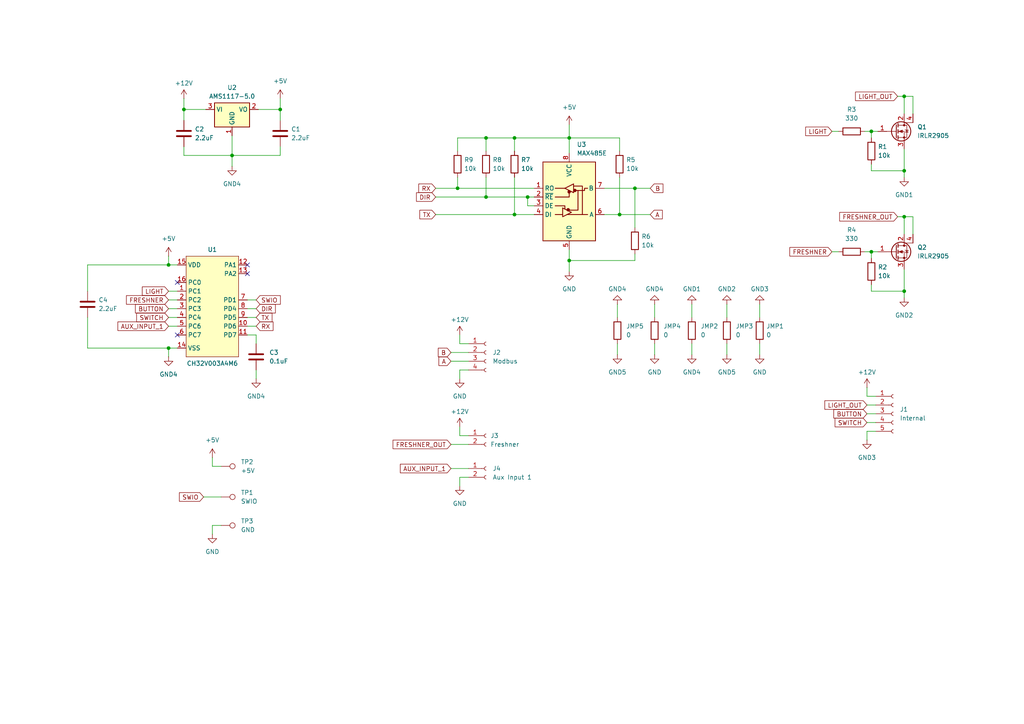
<source format=kicad_sch>
(kicad_sch (version 20231120) (generator "eeschema") (generator_version "8.0")
  (paper "A4")
  (lib_symbols
    (symbol "Connector:Conn_01x02_Socket" (pin_names (offset 1.016) hide)
      (property "Reference" "J" (at 0 2.54 0))
      (property "Value" "Conn_01x02_Socket" (at 0 -5.08 0))
      (symbol "Conn_01x02_Socket_1_1"
        (arc (start 0 -2.032) (mid -0.5058 -2.54) (end 0 -3.048) (stroke (width 0.1524)))
        (polyline (pts (xy -1.27 -2.54) (xy -0.508 -2.54)) (stroke (width 0.1524)))
        (polyline (pts (xy -1.27 0) (xy -0.508 0)) (stroke (width 0.1524)))
        (arc (start 0 0.508) (mid -0.5058 0) (end 0 -0.508) (stroke (width 0.1524)))
        (pin passive line (at -5.08 0 0) (length 3.81) (name "Pin_1") (number "1"))
        (pin passive line (at -5.08 -2.54 0) (length 3.81) (name "Pin_2") (number "2"))
      )
    )
    (symbol "Connector:Conn_01x04_Socket" (pin_names (offset 1.016) hide)
      (property "Reference" "J" (at 0 5.08 0))
      (property "Value" "Conn_01x04_Socket" (at 0 -7.62 0))
      (symbol "Conn_01x04_Socket_1_1"
        (arc (start 0 -4.572) (mid -0.5058 -5.08) (end 0 -5.588) (stroke (width 0.1524)))
        (arc (start 0 -2.032) (mid -0.5058 -2.54) (end 0 -3.048) (stroke (width 0.1524)))
        (polyline (pts (xy -1.27 -5.08) (xy -0.508 -5.08)) (stroke (width 0.1524)))
        (polyline (pts (xy -1.27 -2.54) (xy -0.508 -2.54)) (stroke (width 0.1524)))
        (polyline (pts (xy -1.27 0) (xy -0.508 0)) (stroke (width 0.1524)))
        (polyline (pts (xy -1.27 2.54) (xy -0.508 2.54)) (stroke (width 0.1524)))
        (arc (start 0 0.508) (mid -0.5058 0) (end 0 -0.508) (stroke (width 0.1524)))
        (arc (start 0 3.048) (mid -0.5058 2.54) (end 0 2.032) (stroke (width 0.1524)))
        (pin passive line (at -5.08 2.54 0) (length 3.81) (name "Pin_1") (number "1"))
        (pin passive line (at -5.08 0 0) (length 3.81) (name "Pin_2") (number "2"))
        (pin passive line (at -5.08 -2.54 0) (length 3.81) (name "Pin_3") (number "3"))
        (pin passive line (at -5.08 -5.08 0) (length 3.81) (name "Pin_4") (number "4"))
      )
    )
    (symbol "Connector:Conn_01x05_Socket" (pin_names (offset 1.016) hide)
      (property "Reference" "J" (at 0 7.62 0))
      (property "Value" "Conn_01x05_Socket" (at 0 -7.62 0))
      (symbol "Conn_01x05_Socket_1_1"
        (arc (start 0 -4.572) (mid -0.5058 -5.08) (end 0 -5.588) (stroke (width 0.1524)))
        (arc (start 0 -2.032) (mid -0.5058 -2.54) (end 0 -3.048) (stroke (width 0.1524)))
        (polyline (pts (xy -1.27 -5.08) (xy -0.508 -5.08)) (stroke (width 0.1524)))
        (polyline (pts (xy -1.27 -2.54) (xy -0.508 -2.54)) (stroke (width 0.1524)))
        (polyline (pts (xy -1.27 0) (xy -0.508 0)) (stroke (width 0.1524)))
        (polyline (pts (xy -1.27 2.54) (xy -0.508 2.54)) (stroke (width 0.1524)))
        (polyline (pts (xy -1.27 5.08) (xy -0.508 5.08)) (stroke (width 0.1524)))
        (arc (start 0 0.508) (mid -0.5058 0) (end 0 -0.508) (stroke (width 0.1524)))
        (arc (start 0 3.048) (mid -0.5058 2.54) (end 0 2.032) (stroke (width 0.1524)))
        (arc (start 0 5.588) (mid -0.5058 5.08) (end 0 4.572) (stroke (width 0.1524)))
        (pin passive line (at -5.08 5.08 0) (length 3.81) (name "Pin_1") (number "1"))
        (pin passive line (at -5.08 2.54 0) (length 3.81) (name "Pin_2") (number "2"))
        (pin passive line (at -5.08 0 0) (length 3.81) (name "Pin_3") (number "3"))
        (pin passive line (at -5.08 -2.54 0) (length 3.81) (name "Pin_4") (number "4"))
        (pin passive line (at -5.08 -5.08 0) (length 3.81) (name "Pin_5") (number "5"))
      )
    )
    (symbol "Connector:TestPoint" (pin_numbers hide) (pin_names (offset 0.762) hide)
      (property "Reference" "TP" (at 0 6.858 0))
      (property "Value" "TestPoint" (at 0 5.08 0))
      (symbol "TestPoint_0_1"
        (circle (center 0 3.302) (radius 0.762))
      )
      (symbol "TestPoint_1_1"
        (pin passive line (at 0 0 90) (length 2.54) (name "1") (number "1"))
      )
    )
    (symbol "Custom_Symbols:CH32V003A4M6"
      (property "Reference" "U" (at 0 16.51 0))
      (property "Value" "CH32V003A4M6" (at 0 -17.018 0))
      (symbol "CH32V003A4M6_0_0"
        (pin unspecified line (at -10.16 5.08 0) (length 2.54) (name "PC1") (number "1"))
        (pin unspecified line (at 10.16 -5.08 180) (length 2.54) (name "PD6") (number "10"))
        (pin unspecified line (at 10.16 -7.62 180) (length 2.54) (name "PD7") (number "11"))
        (pin unspecified line (at 10.16 12.7 180) (length 2.54) (name "PA1") (number "12"))
        (pin unspecified line (at 10.16 10.16 180) (length 2.54) (name "PA2") (number "13"))
        (pin unspecified line (at -10.16 -11.43 0) (length 2.54) (name "VSS") (number "14"))
        (pin unspecified line (at -10.16 12.7 0) (length 2.54) (name "VDD") (number "15"))
        (pin unspecified line (at -10.16 7.62 0) (length 2.54) (name "PC0") (number "16"))
        (pin unspecified line (at -10.16 2.54 0) (length 2.54) (name "PC2") (number "2"))
        (pin unspecified line (at -10.16 0 0) (length 2.54) (name "PC3") (number "3"))
        (pin unspecified line (at -10.16 -2.54 0) (length 2.54) (name "PC4") (number "4"))
        (pin unspecified line (at -10.16 -5.08 0) (length 2.54) (name "PC6") (number "5"))
        (pin unspecified line (at -10.16 -7.62 0) (length 2.54) (name "PC7") (number "6"))
        (pin unspecified line (at 10.16 2.54 180) (length 2.54) (name "PD1") (number "7"))
        (pin unspecified line (at 10.16 0 180) (length 2.54) (name "PD4") (number "8"))
        (pin unspecified line (at 10.16 -2.54 180) (length 2.54) (name "PD5") (number "9"))
      )
      (symbol "CH32V003A4M6_1_1"
        (rectangle (start -7.62 15.24) (end 7.62 -13.97) (fill (type background)))
      )
    )
    (symbol "Device:C" (pin_numbers hide) (pin_names (offset 0.254))
      (property "Reference" "C" (at 0.635 2.54 0))
      (property "Value" "C" (at 0.635 -2.54 0))
      (symbol "C_0_1"
        (polyline (pts (xy -2.032 -0.762) (xy 2.032 -0.762)) (stroke (width 0.508)))
        (polyline (pts (xy -2.032 0.762) (xy 2.032 0.762)) (stroke (width 0.508)))
      )
      (symbol "C_1_1"
        (pin passive line (at 0 3.81 270) (length 2.794) (name "~") (number "1"))
        (pin passive line (at 0 -3.81 90) (length 2.794) (name "~") (number "2"))
      )
    )
    (symbol "Device:Q_NMOS_GDSD" (pin_names (offset 0) hide)
      (property "Reference" "Q" (at 5.08 1.27 0))
      (property "Value" "Q_NMOS_GDSD" (at 5.08 -1.27 0))
      (symbol "Q_NMOS_GDSD_0_1"
        (polyline (pts (xy 0.254 0) (xy -2.54 0)))
        (polyline (pts (xy 0.254 1.905) (xy 0.254 -1.905)) (stroke (width 0.254)))
        (polyline (pts (xy 0.762 -1.27) (xy 0.762 -2.286)) (stroke (width 0.254)))
        (polyline (pts (xy 0.762 0.508) (xy 0.762 -0.508)) (stroke (width 0.254)))
        (polyline (pts (xy 0.762 2.286) (xy 0.762 1.27)) (stroke (width 0.254)))
        (polyline (pts (xy 2.54 -2.54) (xy 2.54 0) (xy 0.762 0)))
        (polyline (pts (xy 5.08 2.54) (xy 2.54 2.54) (xy 2.54 1.778)))
        (polyline (pts (xy 0.762 -1.778) (xy 3.302 -1.778) (xy 3.302 1.778) (xy 0.762 1.778)))
        (polyline (pts (xy 1.016 0) (xy 2.032 0.381) (xy 2.032 -0.381) (xy 1.016 0)) (fill (type outline)))
        (polyline (pts (xy 2.794 0.508) (xy 2.921 0.381) (xy 3.683 0.381) (xy 3.81 0.254)))
        (polyline (pts (xy 3.302 0.381) (xy 2.921 -0.254) (xy 3.683 -0.254) (xy 3.302 0.381)))
        (circle (center 1.651 0) (radius 2.794) (stroke (width 0.254)))
        (circle (center 2.54 -1.778) (radius 0.254) (fill (type outline)))
        (circle (center 2.54 1.778) (radius 0.254) (fill (type outline)))
      )
      (symbol "Q_NMOS_GDSD_1_1"
        (pin input line (at -5.08 0 0) (length 2.54) (name "G") (number "1"))
        (pin passive line (at 2.54 5.08 270) (length 2.54) (name "D") (number "2"))
        (pin passive line (at 2.54 -5.08 90) (length 2.54) (name "S") (number "3"))
        (pin passive line (at 5.08 5.08 270) (length 2.54) (name "D") (number "4"))
      )
    )
    (symbol "Device:R" (pin_numbers hide) (pin_names (offset 0))
      (property "Reference" "R" (at 2.032 0 90))
      (property "Value" "R" (at 0 0 90))
      (symbol "R_0_1"
        (rectangle (start -1.016 -2.54) (end 1.016 2.54) (stroke (width 0.254)))
      )
      (symbol "R_1_1"
        (pin passive line (at 0 3.81 270) (length 1.27) (name "~") (number "1"))
        (pin passive line (at 0 -3.81 90) (length 1.27) (name "~") (number "2"))
      )
    )
    (symbol "Interface_UART:MAX485E"
      (property "Reference" "U" (at -6.096 11.43 0))
      (property "Value" "MAX485E" (at 0.762 11.43 0))
      (symbol "MAX485E_0_1"
        (rectangle (start -7.62 10.16) (end 7.62 -12.7) (stroke (width 0.254)) (fill (type background)))
        (circle (center -0.3048 -3.683) (radius 0.3556) (stroke (width 0.254)) (fill (type outline)))
        (circle (center -0.0254 1.4986) (radius 0.3556) (stroke (width 0.254)) (fill (type outline)))
        (polyline (pts (xy -4.064 -5.08) (xy -1.905 -5.08)) (stroke (width 0.254)))
        (polyline (pts (xy -4.064 2.54) (xy -1.27 2.54)) (stroke (width 0.254)))
        (polyline (pts (xy -1.27 -3.2004) (xy -1.27 -3.4544)) (stroke (width 0.254)))
        (polyline (pts (xy -0.635 -5.08) (xy 5.334 -5.08)) (stroke (width 0.254)))
        (polyline (pts (xy -4.064 -2.54) (xy -1.27 -2.54) (xy -1.27 -3.175)) (stroke (width 0.254)))
        (polyline (pts (xy 0 1.27) (xy 0 0) (xy -4.064 0)) (stroke (width 0.254)))
        (polyline (pts (xy 1.27 3.175) (xy 3.81 3.175) (xy 3.81 -5.08)) (stroke (width 0.254)))
        (polyline (pts (xy 2.54 1.905) (xy 2.54 -3.81) (xy 0 -3.81)) (stroke (width 0.254)))
        (polyline (pts (xy -1.905 -3.175) (xy -1.905 -5.715) (xy 0.635 -4.445) (xy -1.905 -3.175)) (stroke (width 0.254)))
        (polyline (pts (xy -1.27 2.54) (xy 1.27 3.81) (xy 1.27 1.27) (xy -1.27 2.54)) (stroke (width 0.254)))
        (polyline (pts (xy 1.905 1.905) (xy 4.445 1.905) (xy 4.445 2.54) (xy 5.334 2.54)) (stroke (width 0.254)))
        (rectangle (start 1.27 3.175) (end 1.27 3.175))
        (circle (center 1.651 1.905) (radius 0.3556) (stroke (width 0.254)) (fill (type outline)))
      )
      (symbol "MAX485E_1_1"
        (pin output line (at -10.16 2.54 0) (length 2.54) (name "RO") (number "1"))
        (pin input line (at -10.16 0 0) (length 2.54) (name "~{RE}") (number "2"))
        (pin input line (at -10.16 -2.54 0) (length 2.54) (name "DE") (number "3"))
        (pin input line (at -10.16 -5.08 0) (length 2.54) (name "DI") (number "4"))
        (pin power_in line (at 0 -15.24 90) (length 2.54) (name "GND") (number "5"))
        (pin bidirectional line (at 10.16 -5.08 180) (length 2.54) (name "A") (number "6"))
        (pin bidirectional line (at 10.16 2.54 180) (length 2.54) (name "B") (number "7"))
        (pin power_in line (at 0 12.7 270) (length 2.54) (name "VCC") (number "8"))
      )
    )
    (symbol "Regulator_Linear:AMS1117-5.0"
      (property "Reference" "U" (at -3.81 3.175 0))
      (property "Value" "AMS1117-5.0" (at 0 3.175 0))
      (symbol "AMS1117-5.0_0_1"
        (rectangle (start -5.08 -5.08) (end 5.08 1.905) (stroke (width 0.254)) (fill (type background)))
      )
      (symbol "AMS1117-5.0_1_1"
        (pin power_in line (at 0 -7.62 90) (length 2.54) (name "GND") (number "1"))
        (pin power_out line (at 7.62 0 180) (length 2.54) (name "VO") (number "2"))
        (pin power_in line (at -7.62 0 0) (length 2.54) (name "VI") (number "3"))
      )
    )
    (symbol "power:+12V" (power) (pin_numbers hide) (pin_names (offset 0) hide)
      (property "Value" "+12V" (at 0 3.556 0))
      (symbol "+12V_0_1"
        (polyline (pts (xy -0.762 1.27) (xy 0 2.54)))
        (polyline (pts (xy 0 0) (xy 0 2.54)))
        (polyline (pts (xy 0 2.54) (xy 0.762 1.27)))
      )
      (symbol "+12V_1_1"
        (pin power_in line (at 0 0 90) (length 0) (name "~") (number "1"))
      )
    )
    (symbol "power:+5V" (power) (pin_numbers hide) (pin_names (offset 0) hide)
      (property "Value" "+5V" (at 0 3.556 0))
      (symbol "+5V_0_1"
        (polyline (pts (xy -0.762 1.27) (xy 0 2.54)))
        (polyline (pts (xy 0 0) (xy 0 2.54)))
        (polyline (pts (xy 0 2.54) (xy 0.762 1.27)))
      )
      (symbol "+5V_1_1"
        (pin power_in line (at 0 0 90) (length 0) (name "~") (number "1"))
      )
    )
    (symbol "power:GND" (power) (pin_numbers hide) (pin_names (offset 0) hide)
      (property "Value" "GND" (at 0 -3.81 0))
      (symbol "GND_0_1"
        (polyline (pts (xy 0 0) (xy 0 -1.27) (xy 1.27 -1.27) (xy 0 -2.54) (xy -1.27 -1.27) (xy 0 -1.27)))
      )
      (symbol "GND_1_1"
        (pin power_in line (at 0 0 270) (length 0) (name "~") (number "1"))
      )
    )
  )
  (junction (at 262.255 49.53))
  (junction (at 252.73 38.1))
  (junction (at 140.97 57.15))
  (junction (at 149.225 40.005))
  (junction (at 48.895 76.835))
  (junction (at 165.1 40.005))
  (junction (at 132.715 54.61))
  (junction (at 67.31 45.085))
  (junction (at 149.225 62.23))
  (junction (at 179.705 62.23))
  (junction (at 184.15 54.61))
  (junction (at 81.28 31.75))
  (junction (at 153.035 57.15))
  (junction (at 252.73 73.025))
  (junction (at 48.895 100.965))
  (junction (at 262.255 84.455))
  (junction (at 165.1 75.565))
  (junction (at 262.255 62.865))
  (junction (at 140.97 40.005))
  (junction (at 262.255 27.94))
  (junction (at 53.34 31.75))
  (no_connect (at 51.435 81.915))
  (no_connect (at 71.755 76.835))
  (no_connect (at 51.435 97.155))
  (no_connect (at 71.755 79.375))
  (wire (pts (xy 264.795 62.865) (xy 264.795 67.945)))
  (wire (pts (xy 260.35 27.94) (xy 262.255 27.94)))
  (wire (pts (xy 189.865 99.695) (xy 189.865 102.87)))
  (wire (pts (xy 251.46 122.555) (xy 254 122.555)))
  (wire (pts (xy 189.865 88.265) (xy 189.865 92.075)))
  (wire (pts (xy 133.35 99.695) (xy 135.89 99.695)))
  (wire (pts (xy 53.34 45.085) (xy 67.31 45.085)))
  (wire (pts (xy 252.73 84.455) (xy 262.255 84.455)))
  (wire (pts (xy 140.97 51.435) (xy 140.97 57.15)))
  (wire (pts (xy 262.255 49.53) (xy 262.255 51.435)))
  (wire (pts (xy 251.46 120.015) (xy 254 120.015)))
  (wire (pts (xy 200.66 88.265) (xy 200.66 92.075)))
  (wire (pts (xy 130.81 135.89) (xy 135.89 135.89)))
  (wire (pts (xy 184.15 54.61) (xy 188.595 54.61)))
  (wire (pts (xy 179.07 88.265) (xy 179.07 92.075)))
  (wire (pts (xy 81.28 28.575) (xy 81.28 31.75)))
  (wire (pts (xy 252.73 47.625) (xy 252.73 49.53)))
  (wire (pts (xy 165.1 72.39) (xy 165.1 75.565)))
  (wire (pts (xy 71.755 89.535) (xy 74.295 89.535)))
  (wire (pts (xy 262.255 27.94) (xy 262.255 33.02)))
  (wire (pts (xy 132.715 54.61) (xy 126.365 54.61)))
  (wire (pts (xy 53.34 34.925) (xy 53.34 31.75)))
  (wire (pts (xy 179.705 62.23) (xy 188.595 62.23)))
  (wire (pts (xy 140.97 40.005) (xy 140.97 43.815)))
  (wire (pts (xy 264.795 27.94) (xy 264.795 33.02)))
  (wire (pts (xy 140.97 57.15) (xy 153.035 57.15)))
  (wire (pts (xy 262.255 84.455) (xy 262.255 86.36)))
  (wire (pts (xy 179.705 43.815) (xy 179.705 40.005)))
  (wire (pts (xy 251.46 117.475) (xy 254 117.475)))
  (wire (pts (xy 260.35 62.865) (xy 262.255 62.865)))
  (wire (pts (xy 59.055 144.145) (xy 64.135 144.145)))
  (wire (pts (xy 165.1 40.005) (xy 165.1 44.45)))
  (wire (pts (xy 179.07 99.695) (xy 179.07 102.87)))
  (wire (pts (xy 53.34 31.75) (xy 59.69 31.75)))
  (wire (pts (xy 220.345 99.695) (xy 220.345 102.87)))
  (wire (pts (xy 175.26 54.61) (xy 184.15 54.61)))
  (wire (pts (xy 67.31 45.085) (xy 81.28 45.085)))
  (wire (pts (xy 61.595 132.715) (xy 61.595 135.255)))
  (wire (pts (xy 135.89 107.315) (xy 133.35 107.315)))
  (wire (pts (xy 61.595 152.4) (xy 64.135 152.4)))
  (wire (pts (xy 262.255 27.94) (xy 264.795 27.94)))
  (wire (pts (xy 250.825 38.1) (xy 252.73 38.1)))
  (wire (pts (xy 252.73 73.025) (xy 254.635 73.025)))
  (wire (pts (xy 132.715 43.815) (xy 132.715 40.005)))
  (wire (pts (xy 252.73 82.55) (xy 252.73 84.455)))
  (wire (pts (xy 133.35 107.315) (xy 133.35 109.855)))
  (wire (pts (xy 200.66 99.695) (xy 200.66 102.87)))
  (wire (pts (xy 132.715 51.435) (xy 132.715 54.61)))
  (wire (pts (xy 133.35 126.365) (xy 135.89 126.365)))
  (wire (pts (xy 130.81 102.235) (xy 135.89 102.235)))
  (wire (pts (xy 25.4 100.965) (xy 48.895 100.965)))
  (wire (pts (xy 175.26 62.23) (xy 179.705 62.23)))
  (wire (pts (xy 25.4 84.455) (xy 25.4 76.835)))
  (wire (pts (xy 251.46 112.395) (xy 251.46 114.935)))
  (wire (pts (xy 251.46 125.095) (xy 251.46 127.635)))
  (wire (pts (xy 179.705 51.435) (xy 179.705 62.23)))
  (wire (pts (xy 81.28 31.75) (xy 74.93 31.75)))
  (wire (pts (xy 210.82 99.695) (xy 210.82 102.87)))
  (wire (pts (xy 262.255 62.865) (xy 264.795 62.865)))
  (wire (pts (xy 74.295 99.695) (xy 74.295 97.155)))
  (wire (pts (xy 81.28 34.925) (xy 81.28 31.75)))
  (wire (pts (xy 251.46 114.935) (xy 254 114.935)))
  (wire (pts (xy 241.3 73.025) (xy 243.205 73.025)))
  (wire (pts (xy 71.755 92.075) (xy 74.295 92.075)))
  (wire (pts (xy 153.035 57.15) (xy 154.94 57.15)))
  (wire (pts (xy 184.15 54.61) (xy 184.15 66.04)))
  (wire (pts (xy 210.82 88.265) (xy 210.82 92.075)))
  (wire (pts (xy 149.225 40.005) (xy 165.1 40.005)))
  (wire (pts (xy 48.895 74.295) (xy 48.895 76.835)))
  (wire (pts (xy 184.15 73.66) (xy 184.15 75.565)))
  (wire (pts (xy 25.4 76.835) (xy 48.895 76.835)))
  (wire (pts (xy 61.595 135.255) (xy 64.135 135.255)))
  (wire (pts (xy 262.255 43.18) (xy 262.255 49.53)))
  (wire (pts (xy 53.34 28.575) (xy 53.34 31.75)))
  (wire (pts (xy 153.035 59.69) (xy 153.035 57.15)))
  (wire (pts (xy 71.755 94.615) (xy 74.295 94.615)))
  (wire (pts (xy 133.35 123.825) (xy 133.35 126.365)))
  (wire (pts (xy 53.34 42.545) (xy 53.34 45.085)))
  (wire (pts (xy 25.4 92.075) (xy 25.4 100.965)))
  (wire (pts (xy 74.295 107.315) (xy 74.295 109.855)))
  (wire (pts (xy 140.97 40.005) (xy 149.225 40.005)))
  (wire (pts (xy 48.895 76.835) (xy 51.435 76.835)))
  (wire (pts (xy 48.895 100.965) (xy 51.435 100.965)))
  (wire (pts (xy 133.35 138.43) (xy 135.89 138.43)))
  (wire (pts (xy 241.3 38.1) (xy 243.205 38.1)))
  (wire (pts (xy 48.895 86.995) (xy 51.435 86.995)))
  (wire (pts (xy 133.35 97.155) (xy 133.35 99.695)))
  (wire (pts (xy 48.895 84.455) (xy 51.435 84.455)))
  (wire (pts (xy 165.1 75.565) (xy 165.1 78.74)))
  (wire (pts (xy 154.94 54.61) (xy 132.715 54.61)))
  (wire (pts (xy 149.225 62.23) (xy 154.94 62.23)))
  (wire (pts (xy 61.595 154.94) (xy 61.595 152.4)))
  (wire (pts (xy 220.345 88.265) (xy 220.345 92.075)))
  (wire (pts (xy 71.755 86.995) (xy 74.295 86.995)))
  (wire (pts (xy 81.28 45.085) (xy 81.28 42.545)))
  (wire (pts (xy 126.365 57.15) (xy 140.97 57.15)))
  (wire (pts (xy 74.295 97.155) (xy 71.755 97.155)))
  (wire (pts (xy 133.35 140.97) (xy 133.35 138.43)))
  (wire (pts (xy 149.225 51.435) (xy 149.225 62.23)))
  (wire (pts (xy 130.81 128.905) (xy 135.89 128.905)))
  (wire (pts (xy 149.225 40.005) (xy 149.225 43.815)))
  (wire (pts (xy 179.705 40.005) (xy 165.1 40.005)))
  (wire (pts (xy 252.73 49.53) (xy 262.255 49.53)))
  (wire (pts (xy 252.73 38.1) (xy 254.635 38.1)))
  (wire (pts (xy 165.1 36.195) (xy 165.1 40.005)))
  (wire (pts (xy 130.81 104.775) (xy 135.89 104.775)))
  (wire (pts (xy 48.895 94.615) (xy 51.435 94.615)))
  (wire (pts (xy 48.895 92.075) (xy 51.435 92.075)))
  (wire (pts (xy 132.715 40.005) (xy 140.97 40.005)))
  (wire (pts (xy 184.15 75.565) (xy 165.1 75.565)))
  (wire (pts (xy 48.895 89.535) (xy 51.435 89.535)))
  (wire (pts (xy 126.365 62.23) (xy 149.225 62.23)))
  (wire (pts (xy 154.94 59.69) (xy 153.035 59.69)))
  (wire (pts (xy 262.255 62.865) (xy 262.255 67.945)))
  (wire (pts (xy 262.255 78.105) (xy 262.255 84.455)))
  (wire (pts (xy 67.31 45.085) (xy 67.31 48.26)))
  (wire (pts (xy 252.73 40.005) (xy 252.73 38.1)))
  (wire (pts (xy 252.73 74.93) (xy 252.73 73.025)))
  (wire (pts (xy 48.895 103.505) (xy 48.895 100.965)))
  (wire (pts (xy 254 125.095) (xy 251.46 125.095)))
  (wire (pts (xy 250.825 73.025) (xy 252.73 73.025)))
  (wire (pts (xy 67.31 45.085) (xy 67.31 39.37)))
  (global_label "LIGHT_OUT" (shape input) (at 260.35 27.94 180) (property "Intersheetrefs" "${INTERSHEET_REFS}" (effects (hide yes))))
  (global_label "BUTTON" (shape input) (at 251.46 120.015 180) (property "Intersheetrefs" "${INTERSHEET_REFS}" (effects (hide yes))))
  (global_label "RX" (shape input) (at 74.295 94.615 0) (property "Intersheetrefs" "${INTERSHEET_REFS}" (effects (hide yes))))
  (global_label "LIGHT" (shape input) (at 241.3 38.1 180) (property "Intersheetrefs" "${INTERSHEET_REFS}" (effects (hide yes))))
  (global_label "TX" (shape input) (at 74.295 92.075 0) (property "Intersheetrefs" "${INTERSHEET_REFS}" (effects (hide yes))))
  (global_label "FRESHNER" (shape input) (at 48.895 86.995 180) (property "Intersheetrefs" "${INTERSHEET_REFS}" (effects (hide yes))))
  (global_label "FRESHNER" (shape input) (at 241.3 73.025 180) (property "Intersheetrefs" "${INTERSHEET_REFS}" (effects (hide yes))))
  (global_label "SWITCH" (shape input) (at 251.46 122.555 180) (property "Intersheetrefs" "${INTERSHEET_REFS}" (effects (hide yes))))
  (global_label "AUX_INPUT_1" (shape input) (at 48.895 94.615 180) (property "Intersheetrefs" "${INTERSHEET_REFS}" (effects (hide yes))))
  (global_label "B" (shape input) (at 188.595 54.61 0) (property "Intersheetrefs" "${INTERSHEET_REFS}" (effects (hide yes))))
  (global_label "TX" (shape input) (at 126.365 62.23 180) (property "Intersheetrefs" "${INTERSHEET_REFS}" (effects (hide yes))))
  (global_label "LIGHT_OUT" (shape input) (at 251.46 117.475 180) (property "Intersheetrefs" "${INTERSHEET_REFS}" (effects (hide yes))))
  (global_label "A" (shape input) (at 130.81 104.775 180) (property "Intersheetrefs" "${INTERSHEET_REFS}" (effects (hide yes))))
  (global_label "DIR" (shape input) (at 74.295 89.535 0) (property "Intersheetrefs" "${INTERSHEET_REFS}" (effects (hide yes))))
  (global_label "FRESHNER_OUT" (shape input) (at 130.81 128.905 180) (property "Intersheetrefs" "${INTERSHEET_REFS}" (effects (hide yes))))
  (global_label "AUX_INPUT_1" (shape input) (at 130.81 135.89 180) (property "Intersheetrefs" "${INTERSHEET_REFS}" (effects (hide yes))))
  (global_label "FRESHNER_OUT" (shape input) (at 260.35 62.865 180) (property "Intersheetrefs" "${INTERSHEET_REFS}" (effects (hide yes))))
  (global_label "SWIO" (shape input) (at 59.055 144.145 180) (property "Intersheetrefs" "${INTERSHEET_REFS}" (effects (hide yes))))
  (global_label "SWITCH" (shape input) (at 48.895 92.075 180) (property "Intersheetrefs" "${INTERSHEET_REFS}" (effects (hide yes))))
  (global_label "BUTTON" (shape input) (at 48.895 89.535 180) (property "Intersheetrefs" "${INTERSHEET_REFS}" (effects (hide yes))))
  (global_label "SWIO" (shape input) (at 74.295 86.995 0) (property "Intersheetrefs" "${INTERSHEET_REFS}" (effects (hide yes))))
  (global_label "LIGHT" (shape input) (at 48.895 84.455 180) (property "Intersheetrefs" "${INTERSHEET_REFS}" (effects (hide yes))))
  (global_label "A" (shape input) (at 188.595 62.23 0) (property "Intersheetrefs" "${INTERSHEET_REFS}" (effects (hide yes))))
  (global_label "DIR" (shape input) (at 126.365 57.15 180) (property "Intersheetrefs" "${INTERSHEET_REFS}" (effects (hide yes))))
  (global_label "B" (shape input) (at 130.81 102.235 180) (property "Intersheetrefs" "${INTERSHEET_REFS}" (effects (hide yes))))
  (global_label "RX" (shape input) (at 126.365 54.61 180) (property "Intersheetrefs" "${INTERSHEET_REFS}" (effects (hide yes))))
  (symbol (lib_id "power:GND") (at 220.345 102.87 0) (unit 1)
    (property "Reference" "#PWR026" (effects (hide yes)))
    (property "Value" "GND" (at 220.345 107.95 0))
    (property "Description" "Power symbol creates a global label with name \"GND\" , ground" (effects (hide yes)))
  )
  (symbol (lib_id "Connector:TestPoint") (at 64.135 144.145 270) (unit 1)
    (property "Reference" "TP1" (at 69.85 142.8749 90) (effects (justify left)))
    (property "Value" "SWIO" (at 69.85 145.4149 90) (effects (justify left)))
    (property "Footprint" "TestPoint:TestPoint_Pad_D2.0mm" (effects (hide yes)))
    (property "Description" "test point" (effects (hide yes)))
  )
  (symbol (lib_id "Connector:Conn_01x04_Socket") (at 140.97 102.235 0) (unit 1)
    (property "Reference" "J2" (at 142.875 102.2349 0) (effects (justify left)))
    (property "Value" "Modbus" (at 142.875 104.7749 0) (effects (justify left)))
    (property "Footprint" "Custom_Symbols:Terminal_4_SMD" (effects (hide yes)))
    (property "Description" "Generic connector, single row, 01x04, script generated" (effects (hide yes)))
  )
  (symbol (lib_id "power:+5V") (at 165.1 36.195 0) (unit 1)
    (property "Reference" "#PWR02" (effects (hide yes)))
    (property "Value" "+5V" (at 165.1 31.115 0))
    (property "Description" "Power symbol creates a global label with name \"+5V\"" (effects (hide yes)))
  )
  (symbol (lib_id "power:+5V") (at 81.28 28.575 0) (unit 1)
    (property "Reference" "#PWR017" (effects (hide yes)))
    (property "Value" "+5V" (at 81.28 23.495 0))
    (property "Description" "Power symbol creates a global label with name \"+5V\"" (effects (hide yes)))
  )
  (symbol (lib_id "Device:R") (at 220.345 95.885 180) (unit 1)
    (property "Reference" "JMP1" (at 222.25 94.6149 0) (effects (justify right)))
    (property "Value" "0" (at 222.25 97.1549 0) (effects (justify right)))
    (property "Footprint" "Resistor_SMD:R_1206_3216Metric" (effects (hide yes)))
    (property "Description" "Resistor" (effects (hide yes)))
  )
  (symbol (lib_id "Connector:Conn_01x05_Socket") (at 259.08 120.015 0) (unit 1)
    (property "Reference" "J1" (at 260.985 118.7449 0) (effects (justify left)))
    (property "Value" "Internal" (at 260.985 121.2849 0) (effects (justify left)))
    (property "Footprint" "Custom_Symbols:JST_XH_5_SMD" (effects (hide yes)))
    (property "Description" "Generic connector, single row, 01x05, script generated" (effects (hide yes)))
  )
  (symbol (lib_id "Device:R") (at 210.82 95.885 180) (unit 1)
    (property "Reference" "JMP3" (at 213.36 94.6149 0) (effects (justify right)))
    (property "Value" "0" (at 213.36 97.1549 0) (effects (justify right)))
    (property "Footprint" "Resistor_SMD:R_1206_3216Metric" (effects (hide yes)))
    (property "Description" "Resistor" (effects (hide yes)))
  )
  (symbol (lib_id "Device:R") (at 179.07 95.885 180) (unit 1)
    (property "Reference" "JMP5" (at 181.61 94.6149 0) (effects (justify right)))
    (property "Value" "0" (at 181.61 97.1549 0) (effects (justify right)))
    (property "Footprint" "Resistor_SMD:R_1206_3216Metric" (effects (hide yes)))
    (property "Description" "Resistor" (effects (hide yes)))
  )
  (symbol (lib_id "Device:Q_NMOS_GDSD") (at 259.715 73.025 0) (unit 1)
    (property "Reference" "Q2" (at 266.065 71.7549 0) (effects (justify left)))
    (property "Value" "IRLR2905" (at 266.065 74.2949 0) (effects (justify left)))
    (property "Footprint" "Package_TO_SOT_SMD:TO-252-3_TabPin4" (effects (hide yes)))
    (property "Description" "N-MOSFET transistor, gate/drain/source, drain connected to mounting plane" (effects (hide yes)))
  )
  (symbol (lib_id "power:GND") (at 133.35 109.855 0) (unit 1)
    (property "Reference" "#PWR012" (effects (hide yes)))
    (property "Value" "GND" (at 133.35 114.935 0))
    (property "Description" "Power symbol creates a global label with name \"GND\" , ground" (effects (hide yes)))
  )
  (symbol (lib_id "power:GND") (at 133.35 140.97 0) (unit 1)
    (property "Reference" "#PWR016" (effects (hide yes)))
    (property "Value" "GND" (at 133.35 146.05 0))
    (property "Description" "Power symbol creates a global label with name \"GND\" , ground" (effects (hide yes)))
  )
  (symbol (lib_id "power:GND") (at 262.255 51.435 0) (unit 1)
    (property "Reference" "#PWR019" (effects (hide yes)))
    (property "Value" "GND1" (at 262.255 56.515 0))
    (property "Description" "Power symbol creates a global label with name \"GND\" , ground" (effects (hide yes)))
  )
  (symbol (lib_id "power:+5V") (at 48.895 74.295 0) (unit 1)
    (property "Reference" "#PWR06" (effects (hide yes)))
    (property "Value" "+5V" (at 48.895 69.215 0))
    (property "Description" "Power symbol creates a global label with name \"+5V\"" (effects (hide yes)))
  )
  (symbol (lib_id "Device:R") (at 149.225 47.625 0) (unit 1)
    (property "Reference" "R7" (at 151.13 46.3549 0) (effects (justify left)))
    (property "Value" "10k" (at 151.13 48.8949 0) (effects (justify left)))
    (property "Footprint" "Resistor_SMD:R_1206_3216Metric" (effects (hide yes)))
    (property "Description" "Resistor" (effects (hide yes)))
  )
  (symbol (lib_id "power:GND") (at 179.07 88.265 180) (unit 1)
    (property "Reference" "#PWR010" (effects (hide yes)))
    (property "Value" "GND4" (at 179.07 83.82 0))
    (property "Description" "Power symbol creates a global label with name \"GND\" , ground" (effects (hide yes)))
  )
  (symbol (lib_id "Custom_Symbols:CH32V003A4M6") (at 61.595 89.535 0) (unit 1)
    (property "Reference" "U1" (at 61.595 72.39 0))
    (property "Value" "CH32V003A4M6" (at 61.595 105.41 0))
    (property "Footprint" "Package_SO:SOP-16_3.9x9.9mm_P1.27mm" (effects (hide yes)))
  )
  (symbol (lib_id "power:+12V") (at 133.35 123.825 0) (unit 1)
    (property "Reference" "#PWR013" (effects (hide yes)))
    (property "Value" "+12V" (at 133.35 119.38 0))
    (property "Description" "Power symbol creates a global label with name \"+12V\"" (effects (hide yes)))
  )
  (symbol (lib_id "Regulator_Linear:AMS1117-5.0") (at 67.31 31.75 0) (unit 1)
    (property "Reference" "U2" (at 67.31 25.4 0))
    (property "Value" "AMS1117-5.0" (at 67.31 27.94 0))
    (property "Footprint" "Package_TO_SOT_SMD:SOT-223-3_TabPin2" (effects (hide yes)))
    (property "Datasheet" "http://www.advanced-monolithic.com/pdf/ds1117.pdf" (effects (hide yes)))
    (property "Description" "1A Low Dropout regulator, positive, 5.0V fixed output, SOT-223" (effects (hide yes)))
  )
  (symbol (lib_id "power:GND") (at 210.82 88.265 180) (unit 1)
    (property "Reference" "#PWR023" (effects (hide yes)))
    (property "Value" "GND2" (at 210.82 83.82 0))
    (property "Description" "Power symbol creates a global label with name \"GND\" , ground" (effects (hide yes)))
  )
  (symbol (lib_id "Device:R") (at 200.66 95.885 180) (unit 1)
    (property "Reference" "JMP2" (at 203.2 94.6149 0) (effects (justify right)))
    (property "Value" "0" (at 203.2 97.1549 0) (effects (justify right)))
    (property "Footprint" "Resistor_SMD:R_1206_3216Metric" (effects (hide yes)))
    (property "Description" "Resistor" (effects (hide yes)))
  )
  (symbol (lib_id "power:GND") (at 251.46 127.635 0) (unit 1)
    (property "Reference" "#PWR021" (effects (hide yes)))
    (property "Value" "GND3" (at 251.46 132.715 0))
    (property "Description" "Power symbol creates a global label with name \"GND\" , ground" (effects (hide yes)))
  )
  (symbol (lib_id "power:GND") (at 200.66 102.87 0) (unit 1)
    (property "Reference" "#PWR027" (effects (hide yes)))
    (property "Value" "GND4" (at 200.66 107.95 0))
    (property "Description" "Power symbol creates a global label with name \"GND\" , ground" (effects (hide yes)))
  )
  (symbol (lib_id "power:GND") (at 200.66 88.265 180) (unit 1)
    (property "Reference" "#PWR022" (effects (hide yes)))
    (property "Value" "GND1" (at 200.66 83.82 0))
    (property "Description" "Power symbol creates a global label with name \"GND\" , ground" (effects (hide yes)))
  )
  (symbol (lib_id "Device:Q_NMOS_GDSD") (at 259.715 38.1 0) (unit 1)
    (property "Reference" "Q1" (at 266.065 36.8299 0) (effects (justify left)))
    (property "Value" "IRLR2905" (at 266.065 39.3699 0) (effects (justify left)))
    (property "Footprint" "Package_TO_SOT_SMD:TO-252-3_TabPin4" (effects (hide yes)))
    (property "Description" "N-MOSFET transistor, gate/drain/source, drain connected to mounting plane" (effects (hide yes)))
  )
  (symbol (lib_id "power:GND") (at 210.82 102.87 0) (unit 1)
    (property "Reference" "#PWR024" (effects (hide yes)))
    (property "Value" "GND5" (at 210.82 107.95 0))
    (property "Description" "Power symbol creates a global label with name \"GND\" , ground" (effects (hide yes)))
  )
  (symbol (lib_id "Device:R") (at 140.97 47.625 0) (unit 1)
    (property "Reference" "R8" (at 142.875 46.3549 0) (effects (justify left)))
    (property "Value" "10k" (at 142.875 48.8949 0) (effects (justify left)))
    (property "Footprint" "Resistor_SMD:R_1206_3216Metric" (effects (hide yes)))
    (property "Description" "Resistor" (effects (hide yes)))
  )
  (symbol (lib_id "Device:R") (at 179.705 47.625 0) (unit 1)
    (property "Reference" "R5" (at 181.61 46.3549 0) (effects (justify left)))
    (property "Value" "10k" (at 181.61 48.8949 0) (effects (justify left)))
    (property "Footprint" "Resistor_SMD:R_1206_3216Metric" (effects (hide yes)))
    (property "Description" "Resistor" (effects (hide yes)))
  )
  (symbol (lib_id "power:GND") (at 67.31 48.26 0) (unit 1)
    (property "Reference" "#PWR03" (effects (hide yes)))
    (property "Value" "GND4" (at 67.31 53.34 0))
    (property "Description" "Power symbol creates a global label with name \"GND\" , ground" (effects (hide yes)))
  )
  (symbol (lib_id "power:GND") (at 179.07 102.87 0) (unit 1)
    (property "Reference" "#PWR028" (effects (hide yes)))
    (property "Value" "GND5" (at 179.07 107.95 0))
    (property "Description" "Power symbol creates a global label with name \"GND\" , ground" (effects (hide yes)))
  )
  (symbol (lib_id "Device:R") (at 252.73 43.815 0) (unit 1)
    (property "Reference" "R1" (at 254.635 42.5449 0) (effects (justify left)))
    (property "Value" "10k" (at 254.635 45.0849 0) (effects (justify left)))
    (property "Footprint" "Resistor_SMD:R_1206_3216Metric" (effects (hide yes)))
    (property "Description" "Resistor" (effects (hide yes)))
  )
  (symbol (lib_id "power:+12V") (at 133.35 97.155 0) (unit 1)
    (property "Reference" "#PWR011" (effects (hide yes)))
    (property "Value" "+12V" (at 133.35 92.71 0))
    (property "Description" "Power symbol creates a global label with name \"+12V\"" (effects (hide yes)))
  )
  (symbol (lib_id "Interface_UART:MAX485E") (at 165.1 57.15 0) (unit 1)
    (property "Reference" "U3" (at 167.2941 41.91 0) (effects (justify left)))
    (property "Value" "MAX485E" (at 167.2941 44.45 0) (effects (justify left)))
    (property "Footprint" "Package_SO:SO-8_3.9x4.9mm_P1.27mm" (effects (hide yes)))
    (property "Datasheet" "https://datasheets.maximintegrated.com/en/ds/MAX1487E-MAX491E.pdf" (effects (hide yes)))
    (property "Description" "Half duplex RS-485/RS-422, 2.5 Mbps, ±15kV electro-static discharge (ESD) protection, no slew-rate, no low-power shutdown, with receiver/driver enable, 32 receiver drive capability, DIP-8 and SOIC-8" (effects (hide yes)))
  )
  (symbol (lib_id "Device:R") (at 184.15 69.85 0) (unit 1)
    (property "Reference" "R6" (at 186.055 68.5799 0) (effects (justify left)))
    (property "Value" "10k" (at 186.055 71.1199 0) (effects (justify left)))
    (property "Footprint" "Resistor_SMD:R_1206_3216Metric" (effects (hide yes)))
    (property "Description" "Resistor" (effects (hide yes)))
  )
  (symbol (lib_id "power:+12V") (at 251.46 112.395 0) (unit 1)
    (property "Reference" "#PWR09" (effects (hide yes)))
    (property "Value" "+12V" (at 251.46 107.95 0))
    (property "Description" "Power symbol creates a global label with name \"+12V\"" (effects (hide yes)))
  )
  (symbol (lib_id "Device:C") (at 25.4 88.265 0) (unit 1)
    (property "Reference" "C4" (at 28.575 86.9949 0) (effects (justify left)))
    (property "Value" "2.2uF" (at 28.575 89.5349 0) (effects (justify left)))
    (property "Footprint" "Capacitor_SMD:C_1206_3216Metric" (effects (hide yes)))
    (property "Description" "Unpolarized capacitor" (effects (hide yes)))
  )
  (symbol (lib_id "power:+12V") (at 53.34 28.575 0) (unit 1)
    (property "Reference" "#PWR01" (effects (hide yes)))
    (property "Value" "+12V" (at 53.34 24.13 0))
    (property "Description" "Power symbol creates a global label with name \"+12V\"" (effects (hide yes)))
  )
  (symbol (lib_id "power:GND") (at 61.595 154.94 0) (unit 1)
    (property "Reference" "#PWR014" (effects (hide yes)))
    (property "Value" "GND" (at 61.595 160.02 0))
    (property "Description" "Power symbol creates a global label with name \"GND\" , ground" (effects (hide yes)))
  )
  (symbol (lib_id "power:GND") (at 189.865 102.87 0) (unit 1)
    (property "Reference" "#PWR05" (effects (hide yes)))
    (property "Value" "GND" (at 189.865 107.95 0))
    (property "Description" "Power symbol creates a global label with name \"GND\" , ground" (effects (hide yes)))
  )
  (symbol (lib_id "power:GND") (at 74.295 109.855 0) (unit 1)
    (property "Reference" "#PWR08" (effects (hide yes)))
    (property "Value" "GND4" (at 74.295 114.935 0))
    (property "Description" "Power symbol creates a global label with name \"GND\" , ground" (effects (hide yes)))
  )
  (symbol (lib_id "power:GND") (at 165.1 78.74 0) (unit 1)
    (property "Reference" "#PWR015" (effects (hide yes)))
    (property "Value" "GND" (at 165.1 83.82 0))
    (property "Description" "Power symbol creates a global label with name \"GND\" , ground" (effects (hide yes)))
  )
  (symbol (lib_id "Device:R") (at 189.865 95.885 180) (unit 1)
    (property "Reference" "JMP4" (at 192.405 94.6149 0) (effects (justify right)))
    (property "Value" "0" (at 192.405 97.1549 0) (effects (justify right)))
    (property "Footprint" "Resistor_SMD:R_1206_3216Metric" (effects (hide yes)))
    (property "Description" "Resistor" (effects (hide yes)))
  )
  (symbol (lib_id "Device:R") (at 132.715 47.625 0) (unit 1)
    (property "Reference" "R9" (at 134.62 46.3549 0) (effects (justify left)))
    (property "Value" "10k" (at 134.62 48.8949 0) (effects (justify left)))
    (property "Footprint" "Resistor_SMD:R_1206_3216Metric" (effects (hide yes)))
    (property "Description" "Resistor" (effects (hide yes)))
  )
  (symbol (lib_id "Connector:Conn_01x02_Socket") (at 140.97 126.365 0) (unit 1)
    (property "Reference" "J3" (at 142.24 126.3649 0) (effects (justify left)))
    (property "Value" "Freshner" (at 142.24 128.9049 0) (effects (justify left)))
    (property "Footprint" "Custom_Symbols:Terminal_2_SMD" (effects (hide yes)))
    (property "Description" "Generic connector, single row, 01x02, script generated" (effects (hide yes)))
  )
  (symbol (lib_id "Connector:TestPoint") (at 64.135 135.255 270) (unit 1)
    (property "Reference" "TP2" (at 69.85 133.9849 90) (effects (justify left)))
    (property "Value" "+5V" (at 69.85 136.5249 90) (effects (justify left)))
    (property "Footprint" "TestPoint:TestPoint_Pad_D2.0mm" (effects (hide yes)))
    (property "Description" "test point" (effects (hide yes)))
  )
  (symbol (lib_id "Device:C") (at 81.28 38.735 0) (unit 1)
    (property "Reference" "C1" (at 84.455 37.4649 0) (effects (justify left)))
    (property "Value" "2.2uF" (at 84.455 40.0049 0) (effects (justify left)))
    (property "Footprint" "Capacitor_SMD:C_1206_3216Metric" (effects (hide yes)))
    (property "Description" "Unpolarized capacitor" (effects (hide yes)))
  )
  (symbol (lib_id "Device:R") (at 247.015 73.025 90) (unit 1)
    (property "Reference" "R4" (at 247.015 66.675 90))
    (property "Value" "330" (at 247.015 69.215 90))
    (property "Footprint" "Resistor_SMD:R_1206_3216Metric" (effects (hide yes)))
    (property "Description" "Resistor" (effects (hide yes)))
  )
  (symbol (lib_id "Device:C") (at 53.34 38.735 0) (unit 1)
    (property "Reference" "C2" (at 56.515 37.4649 0) (effects (justify left)))
    (property "Value" "2.2uF" (at 56.515 40.0049 0) (effects (justify left)))
    (property "Footprint" "Capacitor_SMD:C_1206_3216Metric" (effects (hide yes)))
    (property "Description" "Unpolarized capacitor" (effects (hide yes)))
  )
  (symbol (lib_id "power:GND") (at 48.895 103.505 0) (unit 1)
    (property "Reference" "#PWR07" (effects (hide yes)))
    (property "Value" "GND4" (at 48.895 108.585 0))
    (property "Description" "Power symbol creates a global label with name \"GND\" , ground" (effects (hide yes)))
  )
  (symbol (lib_id "Device:R") (at 252.73 78.74 0) (unit 1)
    (property "Reference" "R2" (at 254.635 77.4699 0) (effects (justify left)))
    (property "Value" "10k" (at 254.635 80.0099 0) (effects (justify left)))
    (property "Footprint" "Resistor_SMD:R_1206_3216Metric" (effects (hide yes)))
    (property "Description" "Resistor" (effects (hide yes)))
  )
  (symbol (lib_id "Connector:Conn_01x02_Socket") (at 140.97 135.89 0) (unit 1)
    (property "Reference" "J4" (at 142.875 135.8899 0) (effects (justify left)))
    (property "Value" "Aux Input 1" (at 142.875 138.4299 0) (effects (justify left)))
    (property "Footprint" "Custom_Symbols:Terminal_2_SMD" (effects (hide yes)))
    (property "Description" "Generic connector, single row, 01x02, script generated" (effects (hide yes)))
  )
  (symbol (lib_id "Device:R") (at 247.015 38.1 90) (unit 1)
    (property "Reference" "R3" (at 247.015 31.75 90))
    (property "Value" "330" (at 247.015 34.29 90))
    (property "Footprint" "Resistor_SMD:R_1206_3216Metric" (effects (hide yes)))
    (property "Description" "Resistor" (effects (hide yes)))
  )
  (symbol (lib_id "power:GND") (at 262.255 86.36 0) (unit 1)
    (property "Reference" "#PWR020" (effects (hide yes)))
    (property "Value" "GND2" (at 262.255 91.44 0))
    (property "Description" "Power symbol creates a global label with name \"GND\" , ground" (effects (hide yes)))
  )
  (symbol (lib_id "Device:C") (at 74.295 103.505 0) (unit 1)
    (property "Reference" "C3" (at 78.105 102.2349 0) (effects (justify left)))
    (property "Value" "0.1uF" (at 78.105 104.7749 0) (effects (justify left)))
    (property "Footprint" "Capacitor_SMD:C_1206_3216Metric" (effects (hide yes)))
    (property "Description" "Unpolarized capacitor" (effects (hide yes)))
  )
  (symbol (lib_id "power:GND") (at 220.345 88.265 180) (unit 1)
    (property "Reference" "#PWR025" (effects (hide yes)))
    (property "Value" "GND3" (at 220.345 83.82 0))
    (property "Description" "Power symbol creates a global label with name \"GND\" , ground" (effects (hide yes)))
  )
  (symbol (lib_id "power:GND") (at 189.865 88.265 180) (unit 1)
    (property "Reference" "#PWR04" (effects (hide yes)))
    (property "Value" "GND4" (at 189.865 83.82 0))
    (property "Description" "Power symbol creates a global label with name \"GND\" , ground" (effects (hide yes)))
  )
  (symbol (lib_id "power:+5V") (at 61.595 132.715 0) (unit 1)
    (property "Reference" "#PWR018" (effects (hide yes)))
    (property "Value" "+5V" (at 61.595 127.635 0))
    (property "Description" "Power symbol creates a global label with name \"+5V\"" (effects (hide yes)))
  )
  (symbol (lib_id "Connector:TestPoint") (at 64.135 152.4 270) (unit 1)
    (property "Reference" "TP3" (at 69.85 151.1299 90) (effects (justify left)))
    (property "Value" "GND" (at 69.85 153.6699 90) (effects (justify left)))
    (property "Footprint" "TestPoint:TestPoint_Pad_D2.0mm" (effects (hide yes)))
    (property "Description" "test point" (effects (hide yes)))
  )
)
</source>
